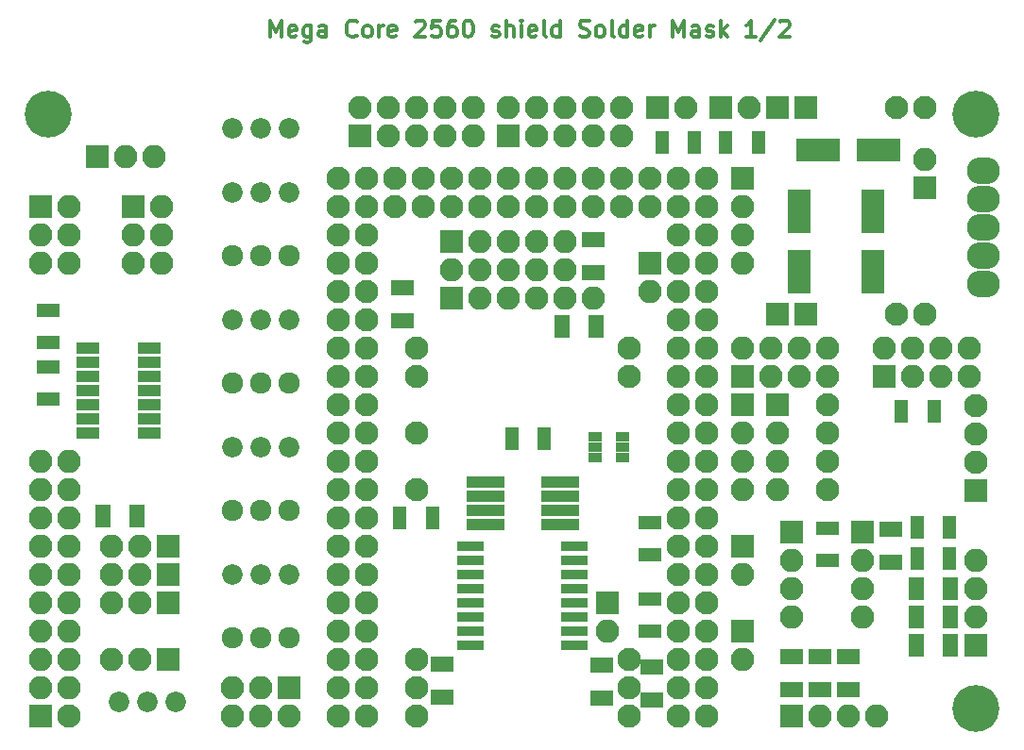
<source format=gbr>
G04 #@! TF.FileFunction,Soldermask,Top*
%FSLAX46Y46*%
G04 Gerber Fmt 4.6, Leading zero omitted, Abs format (unit mm)*
G04 Created by KiCad (PCBNEW 4.0.7) date 11/20/17 08:28:58*
%MOMM*%
%LPD*%
G01*
G04 APERTURE LIST*
%ADD10C,0.100000*%
%ADD11C,0.300000*%
%ADD12R,2.100000X2.100000*%
%ADD13C,2.100000*%
%ADD14O,2.100000X2.100000*%
%ADD15R,1.400000X2.000000*%
%ADD16R,1.300000X2.100000*%
%ADD17R,2.000000X1.400000*%
%ADD18R,2.100000X1.300000*%
%ADD19R,2.380000X0.930000*%
%ADD20R,3.400000X1.050000*%
%ADD21R,1.200000X0.950000*%
%ADD22R,1.997660X1.098500*%
%ADD23C,1.840000*%
%ADD24C,1.924000*%
%ADD25O,2.940000X2.432000*%
%ADD26C,4.200000*%
%ADD27R,3.900000X2.000000*%
%ADD28R,2.000000X3.900000*%
G04 APERTURE END LIST*
D10*
D11*
X163318236Y-58113051D02*
X163318236Y-56613051D01*
X163818236Y-57684480D01*
X164318236Y-56613051D01*
X164318236Y-58113051D01*
X165603950Y-58041623D02*
X165461093Y-58113051D01*
X165175379Y-58113051D01*
X165032522Y-58041623D01*
X164961093Y-57898766D01*
X164961093Y-57327337D01*
X165032522Y-57184480D01*
X165175379Y-57113051D01*
X165461093Y-57113051D01*
X165603950Y-57184480D01*
X165675379Y-57327337D01*
X165675379Y-57470194D01*
X164961093Y-57613051D01*
X166961093Y-57113051D02*
X166961093Y-58327337D01*
X166889664Y-58470194D01*
X166818236Y-58541623D01*
X166675379Y-58613051D01*
X166461093Y-58613051D01*
X166318236Y-58541623D01*
X166961093Y-58041623D02*
X166818236Y-58113051D01*
X166532522Y-58113051D01*
X166389664Y-58041623D01*
X166318236Y-57970194D01*
X166246807Y-57827337D01*
X166246807Y-57398766D01*
X166318236Y-57255909D01*
X166389664Y-57184480D01*
X166532522Y-57113051D01*
X166818236Y-57113051D01*
X166961093Y-57184480D01*
X168318236Y-58113051D02*
X168318236Y-57327337D01*
X168246807Y-57184480D01*
X168103950Y-57113051D01*
X167818236Y-57113051D01*
X167675379Y-57184480D01*
X168318236Y-58041623D02*
X168175379Y-58113051D01*
X167818236Y-58113051D01*
X167675379Y-58041623D01*
X167603950Y-57898766D01*
X167603950Y-57755909D01*
X167675379Y-57613051D01*
X167818236Y-57541623D01*
X168175379Y-57541623D01*
X168318236Y-57470194D01*
X171032522Y-57970194D02*
X170961093Y-58041623D01*
X170746807Y-58113051D01*
X170603950Y-58113051D01*
X170389665Y-58041623D01*
X170246807Y-57898766D01*
X170175379Y-57755909D01*
X170103950Y-57470194D01*
X170103950Y-57255909D01*
X170175379Y-56970194D01*
X170246807Y-56827337D01*
X170389665Y-56684480D01*
X170603950Y-56613051D01*
X170746807Y-56613051D01*
X170961093Y-56684480D01*
X171032522Y-56755909D01*
X171889665Y-58113051D02*
X171746807Y-58041623D01*
X171675379Y-57970194D01*
X171603950Y-57827337D01*
X171603950Y-57398766D01*
X171675379Y-57255909D01*
X171746807Y-57184480D01*
X171889665Y-57113051D01*
X172103950Y-57113051D01*
X172246807Y-57184480D01*
X172318236Y-57255909D01*
X172389665Y-57398766D01*
X172389665Y-57827337D01*
X172318236Y-57970194D01*
X172246807Y-58041623D01*
X172103950Y-58113051D01*
X171889665Y-58113051D01*
X173032522Y-58113051D02*
X173032522Y-57113051D01*
X173032522Y-57398766D02*
X173103950Y-57255909D01*
X173175379Y-57184480D01*
X173318236Y-57113051D01*
X173461093Y-57113051D01*
X174532521Y-58041623D02*
X174389664Y-58113051D01*
X174103950Y-58113051D01*
X173961093Y-58041623D01*
X173889664Y-57898766D01*
X173889664Y-57327337D01*
X173961093Y-57184480D01*
X174103950Y-57113051D01*
X174389664Y-57113051D01*
X174532521Y-57184480D01*
X174603950Y-57327337D01*
X174603950Y-57470194D01*
X173889664Y-57613051D01*
X176318235Y-56755909D02*
X176389664Y-56684480D01*
X176532521Y-56613051D01*
X176889664Y-56613051D01*
X177032521Y-56684480D01*
X177103950Y-56755909D01*
X177175378Y-56898766D01*
X177175378Y-57041623D01*
X177103950Y-57255909D01*
X176246807Y-58113051D01*
X177175378Y-58113051D01*
X178532521Y-56613051D02*
X177818235Y-56613051D01*
X177746806Y-57327337D01*
X177818235Y-57255909D01*
X177961092Y-57184480D01*
X178318235Y-57184480D01*
X178461092Y-57255909D01*
X178532521Y-57327337D01*
X178603949Y-57470194D01*
X178603949Y-57827337D01*
X178532521Y-57970194D01*
X178461092Y-58041623D01*
X178318235Y-58113051D01*
X177961092Y-58113051D01*
X177818235Y-58041623D01*
X177746806Y-57970194D01*
X179889663Y-56613051D02*
X179603949Y-56613051D01*
X179461092Y-56684480D01*
X179389663Y-56755909D01*
X179246806Y-56970194D01*
X179175377Y-57255909D01*
X179175377Y-57827337D01*
X179246806Y-57970194D01*
X179318234Y-58041623D01*
X179461092Y-58113051D01*
X179746806Y-58113051D01*
X179889663Y-58041623D01*
X179961092Y-57970194D01*
X180032520Y-57827337D01*
X180032520Y-57470194D01*
X179961092Y-57327337D01*
X179889663Y-57255909D01*
X179746806Y-57184480D01*
X179461092Y-57184480D01*
X179318234Y-57255909D01*
X179246806Y-57327337D01*
X179175377Y-57470194D01*
X180961091Y-56613051D02*
X181103948Y-56613051D01*
X181246805Y-56684480D01*
X181318234Y-56755909D01*
X181389663Y-56898766D01*
X181461091Y-57184480D01*
X181461091Y-57541623D01*
X181389663Y-57827337D01*
X181318234Y-57970194D01*
X181246805Y-58041623D01*
X181103948Y-58113051D01*
X180961091Y-58113051D01*
X180818234Y-58041623D01*
X180746805Y-57970194D01*
X180675377Y-57827337D01*
X180603948Y-57541623D01*
X180603948Y-57184480D01*
X180675377Y-56898766D01*
X180746805Y-56755909D01*
X180818234Y-56684480D01*
X180961091Y-56613051D01*
X183175376Y-58041623D02*
X183318233Y-58113051D01*
X183603948Y-58113051D01*
X183746805Y-58041623D01*
X183818233Y-57898766D01*
X183818233Y-57827337D01*
X183746805Y-57684480D01*
X183603948Y-57613051D01*
X183389662Y-57613051D01*
X183246805Y-57541623D01*
X183175376Y-57398766D01*
X183175376Y-57327337D01*
X183246805Y-57184480D01*
X183389662Y-57113051D01*
X183603948Y-57113051D01*
X183746805Y-57184480D01*
X184461091Y-58113051D02*
X184461091Y-56613051D01*
X185103948Y-58113051D02*
X185103948Y-57327337D01*
X185032519Y-57184480D01*
X184889662Y-57113051D01*
X184675377Y-57113051D01*
X184532519Y-57184480D01*
X184461091Y-57255909D01*
X185818234Y-58113051D02*
X185818234Y-57113051D01*
X185818234Y-56613051D02*
X185746805Y-56684480D01*
X185818234Y-56755909D01*
X185889662Y-56684480D01*
X185818234Y-56613051D01*
X185818234Y-56755909D01*
X187103948Y-58041623D02*
X186961091Y-58113051D01*
X186675377Y-58113051D01*
X186532520Y-58041623D01*
X186461091Y-57898766D01*
X186461091Y-57327337D01*
X186532520Y-57184480D01*
X186675377Y-57113051D01*
X186961091Y-57113051D01*
X187103948Y-57184480D01*
X187175377Y-57327337D01*
X187175377Y-57470194D01*
X186461091Y-57613051D01*
X188032520Y-58113051D02*
X187889662Y-58041623D01*
X187818234Y-57898766D01*
X187818234Y-56613051D01*
X189246805Y-58113051D02*
X189246805Y-56613051D01*
X189246805Y-58041623D02*
X189103948Y-58113051D01*
X188818234Y-58113051D01*
X188675376Y-58041623D01*
X188603948Y-57970194D01*
X188532519Y-57827337D01*
X188532519Y-57398766D01*
X188603948Y-57255909D01*
X188675376Y-57184480D01*
X188818234Y-57113051D01*
X189103948Y-57113051D01*
X189246805Y-57184480D01*
X191032519Y-58041623D02*
X191246805Y-58113051D01*
X191603948Y-58113051D01*
X191746805Y-58041623D01*
X191818234Y-57970194D01*
X191889662Y-57827337D01*
X191889662Y-57684480D01*
X191818234Y-57541623D01*
X191746805Y-57470194D01*
X191603948Y-57398766D01*
X191318234Y-57327337D01*
X191175376Y-57255909D01*
X191103948Y-57184480D01*
X191032519Y-57041623D01*
X191032519Y-56898766D01*
X191103948Y-56755909D01*
X191175376Y-56684480D01*
X191318234Y-56613051D01*
X191675376Y-56613051D01*
X191889662Y-56684480D01*
X192746805Y-58113051D02*
X192603947Y-58041623D01*
X192532519Y-57970194D01*
X192461090Y-57827337D01*
X192461090Y-57398766D01*
X192532519Y-57255909D01*
X192603947Y-57184480D01*
X192746805Y-57113051D01*
X192961090Y-57113051D01*
X193103947Y-57184480D01*
X193175376Y-57255909D01*
X193246805Y-57398766D01*
X193246805Y-57827337D01*
X193175376Y-57970194D01*
X193103947Y-58041623D01*
X192961090Y-58113051D01*
X192746805Y-58113051D01*
X194103948Y-58113051D02*
X193961090Y-58041623D01*
X193889662Y-57898766D01*
X193889662Y-56613051D01*
X195318233Y-58113051D02*
X195318233Y-56613051D01*
X195318233Y-58041623D02*
X195175376Y-58113051D01*
X194889662Y-58113051D01*
X194746804Y-58041623D01*
X194675376Y-57970194D01*
X194603947Y-57827337D01*
X194603947Y-57398766D01*
X194675376Y-57255909D01*
X194746804Y-57184480D01*
X194889662Y-57113051D01*
X195175376Y-57113051D01*
X195318233Y-57184480D01*
X196603947Y-58041623D02*
X196461090Y-58113051D01*
X196175376Y-58113051D01*
X196032519Y-58041623D01*
X195961090Y-57898766D01*
X195961090Y-57327337D01*
X196032519Y-57184480D01*
X196175376Y-57113051D01*
X196461090Y-57113051D01*
X196603947Y-57184480D01*
X196675376Y-57327337D01*
X196675376Y-57470194D01*
X195961090Y-57613051D01*
X197318233Y-58113051D02*
X197318233Y-57113051D01*
X197318233Y-57398766D02*
X197389661Y-57255909D01*
X197461090Y-57184480D01*
X197603947Y-57113051D01*
X197746804Y-57113051D01*
X199389661Y-58113051D02*
X199389661Y-56613051D01*
X199889661Y-57684480D01*
X200389661Y-56613051D01*
X200389661Y-58113051D01*
X201746804Y-58113051D02*
X201746804Y-57327337D01*
X201675375Y-57184480D01*
X201532518Y-57113051D01*
X201246804Y-57113051D01*
X201103947Y-57184480D01*
X201746804Y-58041623D02*
X201603947Y-58113051D01*
X201246804Y-58113051D01*
X201103947Y-58041623D01*
X201032518Y-57898766D01*
X201032518Y-57755909D01*
X201103947Y-57613051D01*
X201246804Y-57541623D01*
X201603947Y-57541623D01*
X201746804Y-57470194D01*
X202389661Y-58041623D02*
X202532518Y-58113051D01*
X202818233Y-58113051D01*
X202961090Y-58041623D01*
X203032518Y-57898766D01*
X203032518Y-57827337D01*
X202961090Y-57684480D01*
X202818233Y-57613051D01*
X202603947Y-57613051D01*
X202461090Y-57541623D01*
X202389661Y-57398766D01*
X202389661Y-57327337D01*
X202461090Y-57184480D01*
X202603947Y-57113051D01*
X202818233Y-57113051D01*
X202961090Y-57184480D01*
X203675376Y-58113051D02*
X203675376Y-56613051D01*
X203818233Y-57541623D02*
X204246804Y-58113051D01*
X204246804Y-57113051D02*
X203675376Y-57684480D01*
X206818233Y-58113051D02*
X205961090Y-58113051D01*
X206389662Y-58113051D02*
X206389662Y-56613051D01*
X206246805Y-56827337D01*
X206103947Y-56970194D01*
X205961090Y-57041623D01*
X208532518Y-56541623D02*
X207246804Y-58470194D01*
X208961090Y-56755909D02*
X209032519Y-56684480D01*
X209175376Y-56613051D01*
X209532519Y-56613051D01*
X209675376Y-56684480D01*
X209746805Y-56755909D01*
X209818233Y-56898766D01*
X209818233Y-57041623D01*
X209746805Y-57255909D01*
X208889662Y-58113051D01*
X209818233Y-58113051D01*
D12*
X208757520Y-64419480D03*
X208767520Y-82961480D03*
X211297520Y-64419480D03*
X211297520Y-82961480D03*
D13*
X219425520Y-64419480D03*
X219425520Y-82961480D03*
X221965520Y-64419480D03*
X221965520Y-82961480D03*
D12*
X221965520Y-71658480D03*
D14*
X221965520Y-69118480D03*
D12*
X197327520Y-78389480D03*
D14*
X197327520Y-80929480D03*
D12*
X179547520Y-76484480D03*
D14*
X179547520Y-79024480D03*
X182087520Y-76484480D03*
X182087520Y-79024480D03*
X184627520Y-76484480D03*
X184627520Y-79024480D03*
X187167520Y-76484480D03*
X187167520Y-79024480D03*
X189707520Y-76484480D03*
X189707520Y-79024480D03*
D13*
X195422520Y-86009480D03*
X195422520Y-88549480D03*
X176372520Y-86009480D03*
X176372520Y-88549480D03*
X176372520Y-93629480D03*
X176372520Y-98709480D03*
X176372520Y-113949480D03*
X176372520Y-116489480D03*
X176372520Y-119029480D03*
X195422520Y-119029480D03*
X195422520Y-116489480D03*
X195422520Y-113949480D03*
D15*
X224227520Y-112679480D03*
X221227520Y-112679480D03*
X224227520Y-110139480D03*
X221227520Y-110139480D03*
X224227520Y-107599480D03*
X221227520Y-107599480D03*
D16*
X221277520Y-104932480D03*
X224177520Y-104932480D03*
X221277520Y-102138480D03*
X224177520Y-102138480D03*
D17*
X218917520Y-102289480D03*
X218917520Y-105289480D03*
D12*
X226537520Y-112679480D03*
D14*
X226537520Y-110139480D03*
X226537520Y-107599480D03*
X226537520Y-105059480D03*
D13*
X187167520Y-73309480D03*
X189707520Y-73309480D03*
X192247520Y-73309480D03*
X194787520Y-73309480D03*
X197327520Y-73309480D03*
X184627520Y-73309480D03*
X182087520Y-73309480D03*
X179547520Y-73309480D03*
X177007520Y-73309480D03*
X174467520Y-73309480D03*
X197327520Y-70769480D03*
X194787520Y-70769480D03*
X192247520Y-70769480D03*
X189707520Y-70769480D03*
X187167520Y-70769480D03*
X184627520Y-70769480D03*
X182087520Y-70769480D03*
X179547520Y-70769480D03*
X177007520Y-70769480D03*
X174467520Y-70769480D03*
X199867520Y-70769480D03*
X199867520Y-73309480D03*
X199867520Y-75849480D03*
X199867520Y-78389480D03*
X199867520Y-80929480D03*
X199867520Y-83469480D03*
X199867520Y-86009480D03*
X199867520Y-88549480D03*
X199867520Y-91089480D03*
X199867520Y-93629480D03*
X199867520Y-96169480D03*
X199867520Y-98709480D03*
X199867520Y-101249480D03*
X199867520Y-103789480D03*
X199867520Y-106329480D03*
X199867520Y-108869480D03*
X199867520Y-111409480D03*
X199867520Y-113949480D03*
X199867520Y-116489480D03*
X199867520Y-119029480D03*
X202407520Y-70769480D03*
X202407520Y-73309480D03*
X202407520Y-75849480D03*
X202407520Y-78389480D03*
X202407520Y-80929480D03*
X202407520Y-83469480D03*
X202407520Y-86009480D03*
X202407520Y-88549480D03*
X202407520Y-91089480D03*
X202407520Y-93629480D03*
X202407520Y-96169480D03*
X202407520Y-98709480D03*
X202407520Y-101249480D03*
X202407520Y-103789480D03*
X202407520Y-106329480D03*
X202407520Y-108869480D03*
X202407520Y-111409480D03*
X202407520Y-113949480D03*
X202407520Y-116489480D03*
X202407520Y-119029480D03*
X171927520Y-70769480D03*
X171927520Y-73309480D03*
X171927520Y-75849480D03*
X171927520Y-78389480D03*
X171927520Y-80929480D03*
X171927520Y-83469480D03*
X171927520Y-86009480D03*
X171927520Y-88549480D03*
X171927520Y-91089480D03*
X171927520Y-93629480D03*
X171927520Y-96169480D03*
X171927520Y-98709480D03*
X171927520Y-101249480D03*
X171927520Y-103789480D03*
X171927520Y-106329480D03*
X171927520Y-108869480D03*
X171927520Y-111409480D03*
X171927520Y-113949480D03*
X171927520Y-116489480D03*
X171927520Y-119029480D03*
X169387520Y-119029480D03*
X169387520Y-116489480D03*
X169387520Y-113949480D03*
X169387520Y-111409480D03*
X169387520Y-108869480D03*
X169387520Y-106329480D03*
X169387520Y-103789480D03*
X169387520Y-101249480D03*
X169387520Y-98709480D03*
X169387520Y-96169480D03*
X169387520Y-93629480D03*
X169387520Y-91089480D03*
X169387520Y-88549480D03*
X169387520Y-86009480D03*
X169387520Y-83469480D03*
X169387520Y-80929480D03*
X169387520Y-78389480D03*
X169387520Y-75849480D03*
X169387520Y-73309480D03*
X169387520Y-70769480D03*
D12*
X210027520Y-119029480D03*
D14*
X212567520Y-119029480D03*
X215107520Y-119029480D03*
X217647520Y-119029480D03*
D17*
X215107520Y-116719480D03*
X215107520Y-113719480D03*
X212567520Y-116719480D03*
X212567520Y-113719480D03*
X210027520Y-116719480D03*
X210027520Y-113719480D03*
D12*
X205582520Y-111409480D03*
D14*
X205582520Y-113949480D03*
D18*
X213202520Y-105112480D03*
X213202520Y-102212480D03*
D12*
X216377520Y-102519480D03*
D14*
X216377520Y-105059480D03*
X216377520Y-107599480D03*
X216377520Y-110139480D03*
D12*
X210027520Y-102519480D03*
D14*
X210027520Y-105059480D03*
X210027520Y-107599480D03*
X210027520Y-110139480D03*
D12*
X205582520Y-103789480D03*
D14*
X205582520Y-106329480D03*
D16*
X219880520Y-91724480D03*
X222780520Y-91724480D03*
D12*
X208757520Y-91089480D03*
D14*
X208757520Y-93629480D03*
X208757520Y-96169480D03*
X208757520Y-98709480D03*
D12*
X205582520Y-91089480D03*
D14*
X205582520Y-93629480D03*
X205582520Y-96169480D03*
X205582520Y-98709480D03*
D13*
X226537520Y-91152980D03*
X226537520Y-93692980D03*
X226537520Y-96232980D03*
D12*
X226537520Y-98772980D03*
D13*
X213202520Y-91102180D03*
X213202520Y-93642180D03*
X213202520Y-96182180D03*
X213202520Y-98722180D03*
X213202520Y-98722180D03*
X213202520Y-96182180D03*
X213202520Y-93642180D03*
X213202520Y-91102180D03*
D12*
X205582520Y-70769480D03*
D14*
X205582520Y-73309480D03*
X205582520Y-75849480D03*
X205582520Y-78389480D03*
D16*
X207032520Y-67594480D03*
X204132520Y-67594480D03*
X201317520Y-67594480D03*
X198417520Y-67594480D03*
D12*
X203677520Y-64419480D03*
D14*
X206217520Y-64419480D03*
D12*
X197962520Y-64419480D03*
D14*
X200502520Y-64419480D03*
D12*
X179547520Y-81564480D03*
D14*
X182087520Y-81564480D03*
X184627520Y-81564480D03*
X187167520Y-81564480D03*
X189707520Y-81564480D03*
X192247520Y-81564480D03*
D17*
X197454520Y-114608480D03*
X197454520Y-117608480D03*
X193009520Y-117481480D03*
X193009520Y-114481480D03*
X178658520Y-117354480D03*
X178658520Y-114354480D03*
D19*
X181212520Y-103789480D03*
X181212520Y-105059480D03*
X181212520Y-106329480D03*
X181212520Y-107599480D03*
X181212520Y-108869480D03*
X181212520Y-110139480D03*
X181212520Y-111409480D03*
X181212520Y-112679480D03*
X190582520Y-112679480D03*
X190582520Y-111409480D03*
X190582520Y-110139480D03*
X190582520Y-108869480D03*
X190582520Y-107599480D03*
X190582520Y-106329480D03*
X190582520Y-105059480D03*
X190582520Y-103789480D03*
D12*
X193517520Y-108869480D03*
D14*
X193517520Y-111409480D03*
D18*
X197327520Y-111462480D03*
X197327520Y-108562480D03*
X197327520Y-104604480D03*
X197327520Y-101704480D03*
D16*
X177822520Y-101249480D03*
X174922520Y-101249480D03*
D20*
X189247520Y-98074480D03*
X189247520Y-99344480D03*
X189247520Y-100614480D03*
X189247520Y-101884480D03*
X182547520Y-101884480D03*
X182547520Y-100614480D03*
X182547520Y-99344480D03*
X182547520Y-98074480D03*
D21*
X192444520Y-93949480D03*
X192444520Y-94899480D03*
X192444520Y-95849480D03*
X194844520Y-95849480D03*
X194844520Y-94899480D03*
X194844520Y-93949480D03*
D16*
X187855520Y-94137480D03*
X184955520Y-94137480D03*
D12*
X147797520Y-68864480D03*
D14*
X150337520Y-68864480D03*
X152877520Y-68864480D03*
D12*
X150972520Y-73309480D03*
D14*
X153512520Y-73309480D03*
X150972520Y-75849480D03*
X153512520Y-75849480D03*
X150972520Y-78389480D03*
X153512520Y-78389480D03*
D12*
X142717520Y-73309480D03*
D14*
X145257520Y-73309480D03*
X142717520Y-75849480D03*
X145257520Y-75849480D03*
X142717520Y-78389480D03*
X145257520Y-78389480D03*
D18*
X143352520Y-85554480D03*
X143352520Y-82654480D03*
X143352520Y-90634480D03*
X143352520Y-87734480D03*
D12*
X142717520Y-119029480D03*
D14*
X145257520Y-116489480D03*
X142717520Y-116489480D03*
X145257520Y-113949480D03*
X142717520Y-113949480D03*
X145257520Y-111409480D03*
X142717520Y-111409480D03*
X145257520Y-108869480D03*
X142717520Y-108869480D03*
X145257520Y-106329480D03*
X142717520Y-106329480D03*
X145257520Y-103789480D03*
X142717520Y-103789480D03*
X145257520Y-101249480D03*
X142717520Y-101249480D03*
X145257520Y-98709480D03*
X142717520Y-98709480D03*
X145257520Y-96169480D03*
X142717520Y-96169480D03*
D13*
X145257520Y-119029480D03*
D22*
X146954240Y-86012020D03*
X146954240Y-87282020D03*
X146954240Y-88552020D03*
X146954240Y-89819480D03*
X146954240Y-91086940D03*
X146954240Y-92356940D03*
X146954240Y-93626940D03*
X152450800Y-93626940D03*
X152450800Y-92356940D03*
X152450800Y-91086940D03*
X152450800Y-89819480D03*
X152450800Y-88552020D03*
X152450800Y-87282020D03*
X152450800Y-86012020D03*
D15*
X151329520Y-101122480D03*
X148329520Y-101122480D03*
D12*
X154147520Y-103789480D03*
D14*
X151607520Y-103789480D03*
X149067520Y-103789480D03*
D12*
X154147520Y-106329480D03*
D14*
X151607520Y-106329480D03*
X149067520Y-106329480D03*
D12*
X154147520Y-108869480D03*
D14*
X151607520Y-108869480D03*
X149067520Y-108869480D03*
D12*
X154147520Y-113949480D03*
D14*
X151607520Y-113949480D03*
X149067520Y-113949480D03*
D23*
X149702520Y-117759480D03*
X152242520Y-117759480D03*
X154782520Y-117759480D03*
D12*
X164942520Y-116489480D03*
D14*
X164942520Y-119029480D03*
X162402520Y-116489480D03*
X162402520Y-119029480D03*
X159862520Y-116489480D03*
X159862520Y-119029480D03*
D24*
X162402520Y-112044480D03*
X164942520Y-112044480D03*
X159862520Y-112044480D03*
D23*
X159862520Y-106329480D03*
X162402520Y-106329480D03*
X164942520Y-106329480D03*
D24*
X162402520Y-100614480D03*
X164942520Y-100614480D03*
X159862520Y-100614480D03*
D23*
X159862520Y-94899480D03*
X162402520Y-94899480D03*
X164942520Y-94899480D03*
D24*
X162402520Y-89184480D03*
X164942520Y-89184480D03*
X159862520Y-89184480D03*
D23*
X159862520Y-83469480D03*
X162402520Y-83469480D03*
X164942520Y-83469480D03*
X159862520Y-72039480D03*
X162402520Y-72039480D03*
X164942520Y-72039480D03*
D24*
X162402520Y-77754480D03*
X164942520Y-77754480D03*
X159862520Y-77754480D03*
D23*
X159862520Y-66324480D03*
X162402520Y-66324480D03*
X164942520Y-66324480D03*
D17*
X175102520Y-83572480D03*
X175102520Y-80572480D03*
D15*
X192477520Y-84104480D03*
X189477520Y-84104480D03*
D25*
X227172520Y-70134480D03*
X227172520Y-72674480D03*
X227172520Y-75214480D03*
X227172520Y-77754480D03*
X227172520Y-80294480D03*
D12*
X205582520Y-88549480D03*
D14*
X205582520Y-86009480D03*
X208122520Y-88549480D03*
X208122520Y-86009480D03*
X210662520Y-88549480D03*
X210662520Y-86009480D03*
X213202520Y-88549480D03*
X213202520Y-86009480D03*
D26*
X143352520Y-65054480D03*
X226537520Y-118394480D03*
X226537520Y-65054480D03*
D12*
X171292520Y-66959480D03*
D14*
X171292520Y-64419480D03*
X173832520Y-66959480D03*
X173832520Y-64419480D03*
X176372520Y-66959480D03*
X176372520Y-64419480D03*
X178912520Y-66959480D03*
X178912520Y-64419480D03*
X181452520Y-66959480D03*
X181452520Y-64419480D03*
D12*
X184627520Y-66959480D03*
D14*
X184627520Y-64419480D03*
X187167520Y-66959480D03*
X187167520Y-64419480D03*
X189707520Y-66959480D03*
X189707520Y-64419480D03*
X192247520Y-66959480D03*
X192247520Y-64419480D03*
X194787520Y-66959480D03*
X194787520Y-64419480D03*
D12*
X218282520Y-88549480D03*
D14*
X218282520Y-86009480D03*
X220822520Y-88549480D03*
X220822520Y-86009480D03*
X223362520Y-88549480D03*
X223362520Y-86009480D03*
X225902520Y-88549480D03*
X225902520Y-86009480D03*
D27*
X212407520Y-68229480D03*
X217807520Y-68229480D03*
D17*
X192247520Y-79254480D03*
X192247520Y-76254480D03*
D28*
X217266520Y-79184480D03*
X217266520Y-73784480D03*
X210662520Y-73784480D03*
X210662520Y-79184480D03*
M02*

</source>
